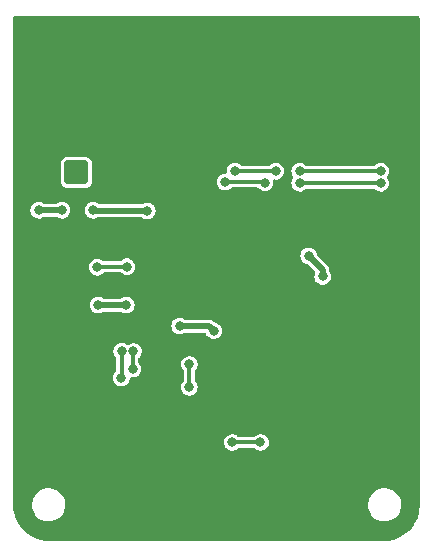
<source format=gbr>
%TF.GenerationSoftware,KiCad,Pcbnew,6.0.10-86aedd382b~118~ubuntu22.04.1*%
%TF.CreationDate,2023-02-09T07:40:42+01:00*%
%TF.ProjectId,mainBoard,6d61696e-426f-4617-9264-2e6b69636164,rev?*%
%TF.SameCoordinates,Original*%
%TF.FileFunction,Copper,L2,Bot*%
%TF.FilePolarity,Positive*%
%FSLAX46Y46*%
G04 Gerber Fmt 4.6, Leading zero omitted, Abs format (unit mm)*
G04 Created by KiCad (PCBNEW 6.0.10-86aedd382b~118~ubuntu22.04.1) date 2023-02-09 07:40:42*
%MOMM*%
%LPD*%
G01*
G04 APERTURE LIST*
G04 Aperture macros list*
%AMRoundRect*
0 Rectangle with rounded corners*
0 $1 Rounding radius*
0 $2 $3 $4 $5 $6 $7 $8 $9 X,Y pos of 4 corners*
0 Add a 4 corners polygon primitive as box body*
4,1,4,$2,$3,$4,$5,$6,$7,$8,$9,$2,$3,0*
0 Add four circle primitives for the rounded corners*
1,1,$1+$1,$2,$3*
1,1,$1+$1,$4,$5*
1,1,$1+$1,$6,$7*
1,1,$1+$1,$8,$9*
0 Add four rect primitives between the rounded corners*
20,1,$1+$1,$2,$3,$4,$5,0*
20,1,$1+$1,$4,$5,$6,$7,0*
20,1,$1+$1,$6,$7,$8,$9,0*
20,1,$1+$1,$8,$9,$2,$3,0*%
G04 Aperture macros list end*
%TA.AperFunction,ComponentPad*%
%ADD10RoundRect,0.250000X-0.750000X-0.750000X0.750000X-0.750000X0.750000X0.750000X-0.750000X0.750000X0*%
%TD*%
%TA.AperFunction,ViaPad*%
%ADD11C,0.800000*%
%TD*%
%TA.AperFunction,Conductor*%
%ADD12C,0.500000*%
%TD*%
%TA.AperFunction,Conductor*%
%ADD13C,0.300000*%
%TD*%
G04 APERTURE END LIST*
D10*
%TO.P,J1,1,Pin_1*%
%TO.N,/ADC_OUT*%
X85648800Y-69392800D03*
%TD*%
D11*
%TO.N,VCC*%
X94386400Y-82397600D03*
X97261500Y-82788850D03*
%TO.N,GND*%
X101142800Y-88493600D03*
X93319600Y-66598800D03*
X90220800Y-99872800D03*
X87477600Y-95148400D03*
X101193600Y-87579200D03*
X112034800Y-86330000D03*
X93319600Y-63804800D03*
X98755200Y-82143600D03*
X97942400Y-93929200D03*
X84124800Y-82245200D03*
X97028000Y-93929200D03*
X97434400Y-62687200D03*
X90424000Y-57454800D03*
X104749600Y-100025200D03*
X98755200Y-63804800D03*
X101346000Y-84277200D03*
X85125600Y-65481200D03*
X91846400Y-73812400D03*
X96012000Y-67818000D03*
X98755200Y-66598800D03*
X85242400Y-81889600D03*
X100431600Y-84328000D03*
X94640400Y-62687200D03*
X96062800Y-62687200D03*
X107492800Y-95351600D03*
X94640400Y-67818000D03*
X97434400Y-67868800D03*
X112623600Y-93700700D03*
X93370400Y-65176400D03*
X104698800Y-57454800D03*
X98755200Y-65176400D03*
X83347600Y-65227200D03*
%TO.N,+3.3V*%
X105308400Y-76454000D03*
X84429600Y-72593200D03*
X106496730Y-78201130D03*
X87071200Y-72593200D03*
X82448400Y-72593200D03*
X91643200Y-72644000D03*
%TO.N,/EN*%
X87426800Y-77419200D03*
X89916000Y-77368400D03*
X95208873Y-85645973D03*
X95208873Y-87582027D03*
%TO.N,/Boot*%
X98856800Y-92252800D03*
X101230300Y-92252800D03*
%TO.N,/Btn_L*%
X104546400Y-70307200D03*
X111404400Y-70307200D03*
X101600000Y-70256400D03*
X98247200Y-70205600D03*
%TO.N,/Btn_R*%
X99060000Y-69291200D03*
X104546400Y-69291200D03*
X102514400Y-69291200D03*
X111404400Y-69291200D03*
%TO.N,Net-(Q1-Pad1)*%
X90424000Y-86044700D03*
X90474800Y-84545700D03*
%TO.N,Net-(Q2-Pad1)*%
X89475438Y-84528921D03*
X89458800Y-86794200D03*
%TO.N,Net-(D2-Pad2)*%
X89865200Y-80619600D03*
X87477600Y-80619600D03*
%TD*%
D12*
%TO.N,VCC*%
X97261500Y-82788850D02*
X96870250Y-82397600D01*
X96870250Y-82397600D02*
X94386400Y-82397600D01*
%TO.N,+3.3V*%
X91643200Y-72644000D02*
X87122000Y-72644000D01*
X84429600Y-72593200D02*
X82448400Y-72593200D01*
X106496730Y-77642330D02*
X105308400Y-76454000D01*
X87122000Y-72644000D02*
X87071200Y-72593200D01*
X106496730Y-78201130D02*
X106496730Y-77642330D01*
D13*
%TO.N,/EN*%
X95208873Y-87582027D02*
X95208873Y-85645973D01*
X89916000Y-77368400D02*
X87477600Y-77368400D01*
X87477600Y-77368400D02*
X87426800Y-77419200D01*
%TO.N,/Boot*%
X101230300Y-92252800D02*
X98856800Y-92252800D01*
%TO.N,/Btn_L*%
X104546400Y-70307200D02*
X111404400Y-70307200D01*
X101549200Y-70205600D02*
X101600000Y-70256400D01*
X98247200Y-70205600D02*
X101549200Y-70205600D01*
%TO.N,/Btn_R*%
X102514400Y-69291200D02*
X99060000Y-69291200D01*
X111404400Y-69291200D02*
X104546400Y-69291200D01*
%TO.N,Net-(Q1-Pad1)*%
X90474800Y-84545700D02*
X90424000Y-84596500D01*
X90424000Y-84596500D02*
X90424000Y-86044700D01*
%TO.N,Net-(Q2-Pad1)*%
X89475438Y-84528921D02*
X89475438Y-86777562D01*
X89475438Y-86777562D02*
X89458800Y-86794200D01*
D12*
%TO.N,Net-(D2-Pad2)*%
X87477600Y-80619600D02*
X89865200Y-80619600D01*
%TD*%
%TA.AperFunction,Conductor*%
%TO.N,GND*%
G36*
X114642539Y-56179085D02*
G01*
X114688294Y-56231889D01*
X114699500Y-56283400D01*
X114699500Y-97591661D01*
X114697616Y-97613191D01*
X114694864Y-97628800D01*
X114696748Y-97639485D01*
X114696748Y-97649139D01*
X114697575Y-97663080D01*
X114681337Y-97952222D01*
X114679780Y-97966040D01*
X114626687Y-98278525D01*
X114623593Y-98292082D01*
X114535844Y-98596665D01*
X114531251Y-98609790D01*
X114409954Y-98902626D01*
X114403921Y-98915154D01*
X114250594Y-99192578D01*
X114243195Y-99204352D01*
X114059784Y-99462845D01*
X114051115Y-99473717D01*
X113839900Y-99710067D01*
X113830067Y-99719900D01*
X113593717Y-99931115D01*
X113582845Y-99939784D01*
X113324352Y-100123195D01*
X113312578Y-100130594D01*
X113035154Y-100283921D01*
X113022626Y-100289954D01*
X112729790Y-100411251D01*
X112716665Y-100415844D01*
X112412082Y-100503593D01*
X112398526Y-100506687D01*
X112350043Y-100514924D01*
X112086040Y-100559780D01*
X112072222Y-100561337D01*
X111889701Y-100571587D01*
X111783078Y-100577575D01*
X111769139Y-100576748D01*
X111759485Y-100576748D01*
X111748800Y-100574864D01*
X111733191Y-100577616D01*
X111711661Y-100579500D01*
X83389939Y-100579500D01*
X83368409Y-100577616D01*
X83352800Y-100574864D01*
X83342116Y-100576748D01*
X83333959Y-100576748D01*
X83318422Y-100577698D01*
X83040235Y-100563119D01*
X83027327Y-100561762D01*
X82724613Y-100513817D01*
X82711917Y-100511119D01*
X82691022Y-100505520D01*
X82600483Y-100481260D01*
X82415865Y-100431792D01*
X82403521Y-100427781D01*
X82117386Y-100317944D01*
X82105529Y-100312665D01*
X81832436Y-100173517D01*
X81821196Y-100167027D01*
X81564156Y-100000104D01*
X81553655Y-99992475D01*
X81315460Y-99799588D01*
X81305815Y-99790903D01*
X81089097Y-99574185D01*
X81080412Y-99564540D01*
X80887525Y-99326345D01*
X80879896Y-99315844D01*
X80712973Y-99058804D01*
X80706483Y-99047564D01*
X80567335Y-98774471D01*
X80562056Y-98762614D01*
X80452219Y-98476479D01*
X80448208Y-98464135D01*
X80368881Y-98168083D01*
X80366183Y-98155387D01*
X80318238Y-97852673D01*
X80316881Y-97839765D01*
X80302302Y-97561578D01*
X80303252Y-97546041D01*
X80303252Y-97537884D01*
X80305136Y-97527200D01*
X80302384Y-97511591D01*
X80300500Y-97490061D01*
X80300500Y-97469789D01*
X81907996Y-97469789D01*
X81916913Y-97707295D01*
X81917990Y-97712430D01*
X81917991Y-97712435D01*
X81964639Y-97934758D01*
X81965719Y-97939904D01*
X81967648Y-97944788D01*
X81967649Y-97944792D01*
X81980506Y-97977347D01*
X82053020Y-98160963D01*
X82055741Y-98165447D01*
X82055743Y-98165451D01*
X82125787Y-98280879D01*
X82176319Y-98364153D01*
X82332090Y-98543664D01*
X82515880Y-98694362D01*
X82520441Y-98696958D01*
X82520442Y-98696959D01*
X82717875Y-98809345D01*
X82717880Y-98809347D01*
X82722433Y-98811939D01*
X82945844Y-98893034D01*
X83179725Y-98935326D01*
X83204619Y-98936500D01*
X83371680Y-98936500D01*
X83374296Y-98936278D01*
X83374297Y-98936278D01*
X83543590Y-98921913D01*
X83548823Y-98921469D01*
X83778874Y-98861760D01*
X83995576Y-98764143D01*
X84192732Y-98631409D01*
X84364705Y-98467355D01*
X84506579Y-98276670D01*
X84561787Y-98168083D01*
X84611913Y-98069493D01*
X84611915Y-98069488D01*
X84614295Y-98064807D01*
X84684775Y-97837824D01*
X84702771Y-97702051D01*
X84715315Y-97607412D01*
X84715315Y-97607408D01*
X84716004Y-97602211D01*
X84711032Y-97469789D01*
X110355996Y-97469789D01*
X110364913Y-97707295D01*
X110365990Y-97712430D01*
X110365991Y-97712435D01*
X110412639Y-97934758D01*
X110413719Y-97939904D01*
X110415648Y-97944788D01*
X110415649Y-97944792D01*
X110428506Y-97977347D01*
X110501020Y-98160963D01*
X110503741Y-98165447D01*
X110503743Y-98165451D01*
X110573787Y-98280879D01*
X110624319Y-98364153D01*
X110780090Y-98543664D01*
X110963880Y-98694362D01*
X110968441Y-98696958D01*
X110968442Y-98696959D01*
X111165875Y-98809345D01*
X111165880Y-98809347D01*
X111170433Y-98811939D01*
X111393844Y-98893034D01*
X111627725Y-98935326D01*
X111652619Y-98936500D01*
X111819680Y-98936500D01*
X111822296Y-98936278D01*
X111822297Y-98936278D01*
X111991590Y-98921913D01*
X111996823Y-98921469D01*
X112226874Y-98861760D01*
X112443576Y-98764143D01*
X112640732Y-98631409D01*
X112812705Y-98467355D01*
X112954579Y-98276670D01*
X113009787Y-98168083D01*
X113059913Y-98069493D01*
X113059915Y-98069488D01*
X113062295Y-98064807D01*
X113132775Y-97837824D01*
X113150771Y-97702051D01*
X113163315Y-97607412D01*
X113163315Y-97607408D01*
X113164004Y-97602211D01*
X113155087Y-97364705D01*
X113127700Y-97234176D01*
X113107361Y-97137242D01*
X113107360Y-97137239D01*
X113106281Y-97132096D01*
X113018980Y-96911037D01*
X112951607Y-96800009D01*
X112898408Y-96712341D01*
X112895681Y-96707847D01*
X112739910Y-96528336D01*
X112556120Y-96377638D01*
X112438687Y-96310791D01*
X112354125Y-96262655D01*
X112354120Y-96262653D01*
X112349567Y-96260061D01*
X112126156Y-96178966D01*
X111892275Y-96136674D01*
X111867381Y-96135500D01*
X111700320Y-96135500D01*
X111697704Y-96135722D01*
X111697703Y-96135722D01*
X111686484Y-96136674D01*
X111523177Y-96150531D01*
X111293126Y-96210240D01*
X111076424Y-96307857D01*
X110879268Y-96440591D01*
X110707295Y-96604645D01*
X110565421Y-96795330D01*
X110563042Y-96800008D01*
X110563042Y-96800009D01*
X110508875Y-96906549D01*
X110457705Y-97007193D01*
X110387225Y-97234176D01*
X110355996Y-97469789D01*
X84711032Y-97469789D01*
X84707087Y-97364705D01*
X84679700Y-97234176D01*
X84659361Y-97137242D01*
X84659360Y-97137239D01*
X84658281Y-97132096D01*
X84570980Y-96911037D01*
X84503607Y-96800009D01*
X84450408Y-96712341D01*
X84447681Y-96707847D01*
X84291910Y-96528336D01*
X84108120Y-96377638D01*
X83990687Y-96310791D01*
X83906125Y-96262655D01*
X83906120Y-96262653D01*
X83901567Y-96260061D01*
X83678156Y-96178966D01*
X83444275Y-96136674D01*
X83419381Y-96135500D01*
X83252320Y-96135500D01*
X83249704Y-96135722D01*
X83249703Y-96135722D01*
X83238484Y-96136674D01*
X83075177Y-96150531D01*
X82845126Y-96210240D01*
X82628424Y-96307857D01*
X82431268Y-96440591D01*
X82259295Y-96604645D01*
X82117421Y-96795330D01*
X82115042Y-96800008D01*
X82115042Y-96800009D01*
X82060875Y-96906549D01*
X82009705Y-97007193D01*
X81939225Y-97234176D01*
X81907996Y-97469789D01*
X80300500Y-97469789D01*
X80300500Y-92245411D01*
X98151194Y-92245411D01*
X98152014Y-92252839D01*
X98152014Y-92252841D01*
X98153641Y-92267578D01*
X98169799Y-92413935D01*
X98172365Y-92420947D01*
X98172366Y-92420951D01*
X98225497Y-92566136D01*
X98228066Y-92573156D01*
X98232233Y-92579358D01*
X98232235Y-92579361D01*
X98245310Y-92598818D01*
X98322630Y-92713883D01*
X98328160Y-92718915D01*
X98442502Y-92822959D01*
X98442506Y-92822962D01*
X98448033Y-92827991D01*
X98597035Y-92908892D01*
X98692385Y-92933907D01*
X98753805Y-92950020D01*
X98753807Y-92950020D01*
X98761033Y-92951916D01*
X98843978Y-92953219D01*
X98923090Y-92954462D01*
X98923093Y-92954462D01*
X98930560Y-92954579D01*
X99053009Y-92926535D01*
X99088538Y-92918398D01*
X99088539Y-92918398D01*
X99095829Y-92916728D01*
X99170911Y-92878966D01*
X99240620Y-92843906D01*
X99240622Y-92843905D01*
X99247298Y-92840547D01*
X99252980Y-92835694D01*
X99252983Y-92835692D01*
X99373207Y-92733010D01*
X99436968Y-92704439D01*
X99453739Y-92703300D01*
X100636527Y-92703300D01*
X100703566Y-92722985D01*
X100719980Y-92735586D01*
X100815998Y-92822955D01*
X100816000Y-92822957D01*
X100821533Y-92827991D01*
X100970535Y-92908892D01*
X101065885Y-92933907D01*
X101127305Y-92950020D01*
X101127307Y-92950020D01*
X101134533Y-92951916D01*
X101217478Y-92953219D01*
X101296590Y-92954462D01*
X101296593Y-92954462D01*
X101304060Y-92954579D01*
X101426509Y-92926535D01*
X101462038Y-92918398D01*
X101462039Y-92918398D01*
X101469329Y-92916728D01*
X101544411Y-92878966D01*
X101614120Y-92843906D01*
X101614122Y-92843905D01*
X101620798Y-92840547D01*
X101626480Y-92835694D01*
X101626483Y-92835692D01*
X101744041Y-92735287D01*
X101749723Y-92730434D01*
X101848661Y-92592747D01*
X101911901Y-92435434D01*
X101935790Y-92267578D01*
X101935945Y-92252800D01*
X101915576Y-92084480D01*
X101855645Y-91925877D01*
X101846957Y-91913236D01*
X101763849Y-91792313D01*
X101763846Y-91792310D01*
X101759612Y-91786149D01*
X101633021Y-91673360D01*
X101618647Y-91665749D01*
X101489789Y-91597523D01*
X101483181Y-91594024D01*
X101318741Y-91552719D01*
X101232548Y-91552268D01*
X101156668Y-91551870D01*
X101156667Y-91551870D01*
X101149195Y-91551831D01*
X101127535Y-91557031D01*
X100991595Y-91589668D01*
X100991593Y-91589669D01*
X100984332Y-91591412D01*
X100977699Y-91594835D01*
X100977695Y-91594837D01*
X100910765Y-91629383D01*
X100833669Y-91669175D01*
X100717079Y-91770883D01*
X100716094Y-91771742D01*
X100652636Y-91800978D01*
X100634580Y-91802300D01*
X99451467Y-91802300D01*
X99384428Y-91782615D01*
X99368978Y-91770883D01*
X99265103Y-91678333D01*
X99265101Y-91678332D01*
X99259521Y-91673360D01*
X99245147Y-91665749D01*
X99116289Y-91597523D01*
X99109681Y-91594024D01*
X98945241Y-91552719D01*
X98859048Y-91552268D01*
X98783168Y-91551870D01*
X98783167Y-91551870D01*
X98775695Y-91551831D01*
X98754035Y-91557031D01*
X98618095Y-91589668D01*
X98618093Y-91589669D01*
X98610832Y-91591412D01*
X98604199Y-91594835D01*
X98604195Y-91594837D01*
X98537265Y-91629383D01*
X98460169Y-91669175D01*
X98454537Y-91674088D01*
X98342594Y-91771742D01*
X98332404Y-91780631D01*
X98234913Y-91919347D01*
X98173324Y-92077313D01*
X98151194Y-92245411D01*
X80300500Y-92245411D01*
X80300500Y-87574638D01*
X94503267Y-87574638D01*
X94504087Y-87582066D01*
X94504087Y-87582068D01*
X94505714Y-87596805D01*
X94521872Y-87743162D01*
X94524438Y-87750174D01*
X94524439Y-87750178D01*
X94577570Y-87895363D01*
X94580139Y-87902383D01*
X94584306Y-87908585D01*
X94584308Y-87908588D01*
X94597383Y-87928045D01*
X94674703Y-88043110D01*
X94680233Y-88048142D01*
X94794575Y-88152186D01*
X94794579Y-88152189D01*
X94800106Y-88157218D01*
X94949108Y-88238119D01*
X95044458Y-88263134D01*
X95105878Y-88279247D01*
X95105880Y-88279247D01*
X95113106Y-88281143D01*
X95196051Y-88282446D01*
X95275163Y-88283689D01*
X95275166Y-88283689D01*
X95282633Y-88283806D01*
X95405082Y-88255762D01*
X95440611Y-88247625D01*
X95440612Y-88247625D01*
X95447902Y-88245955D01*
X95522984Y-88208193D01*
X95592693Y-88173133D01*
X95592695Y-88173132D01*
X95599371Y-88169774D01*
X95605053Y-88164921D01*
X95605056Y-88164919D01*
X95722614Y-88064514D01*
X95728296Y-88059661D01*
X95827234Y-87921974D01*
X95890474Y-87764661D01*
X95914363Y-87596805D01*
X95914518Y-87582027D01*
X95903783Y-87493316D01*
X95895048Y-87421132D01*
X95895047Y-87421128D01*
X95894149Y-87413707D01*
X95834218Y-87255104D01*
X95755259Y-87140218D01*
X95742422Y-87121540D01*
X95742419Y-87121537D01*
X95738185Y-87115376D01*
X95700884Y-87082142D01*
X95663925Y-87022848D01*
X95659373Y-86989559D01*
X95659373Y-86239638D01*
X95679058Y-86172599D01*
X95702841Y-86145348D01*
X95722614Y-86128460D01*
X95728296Y-86123607D01*
X95827234Y-85985920D01*
X95890474Y-85828607D01*
X95894591Y-85799680D01*
X95913791Y-85664773D01*
X95913791Y-85664767D01*
X95914363Y-85660751D01*
X95914518Y-85645973D01*
X95905696Y-85573074D01*
X95895048Y-85485078D01*
X95895047Y-85485074D01*
X95894149Y-85477653D01*
X95834218Y-85319050D01*
X95825530Y-85306409D01*
X95742422Y-85185486D01*
X95742419Y-85185483D01*
X95738185Y-85179322D01*
X95636723Y-85088922D01*
X95617176Y-85071506D01*
X95617174Y-85071505D01*
X95611594Y-85066533D01*
X95597220Y-85058922D01*
X95468362Y-84990696D01*
X95461754Y-84987197D01*
X95297314Y-84945892D01*
X95211121Y-84945441D01*
X95135241Y-84945043D01*
X95135240Y-84945043D01*
X95127768Y-84945004D01*
X95106108Y-84950204D01*
X94970168Y-84982841D01*
X94970166Y-84982842D01*
X94962905Y-84984585D01*
X94956272Y-84988008D01*
X94956268Y-84988010D01*
X94889338Y-85022556D01*
X94812242Y-85062348D01*
X94806610Y-85067261D01*
X94745056Y-85120958D01*
X94684477Y-85173804D01*
X94586986Y-85312520D01*
X94525397Y-85470486D01*
X94524421Y-85477896D01*
X94524421Y-85477898D01*
X94520481Y-85507830D01*
X94503267Y-85638584D01*
X94504087Y-85646012D01*
X94504087Y-85646014D01*
X94505714Y-85660751D01*
X94521872Y-85807108D01*
X94524438Y-85814120D01*
X94524439Y-85814124D01*
X94547222Y-85876380D01*
X94580139Y-85966329D01*
X94584306Y-85972531D01*
X94584308Y-85972534D01*
X94597383Y-85991991D01*
X94674703Y-86107056D01*
X94698226Y-86128460D01*
X94717827Y-86146296D01*
X94754163Y-86205974D01*
X94758373Y-86238010D01*
X94758373Y-86989016D01*
X94738688Y-87056055D01*
X94715888Y-87082457D01*
X94684477Y-87109858D01*
X94586986Y-87248574D01*
X94525397Y-87406540D01*
X94503267Y-87574638D01*
X80300500Y-87574638D01*
X80300500Y-86786811D01*
X88753194Y-86786811D01*
X88754014Y-86794239D01*
X88754014Y-86794241D01*
X88768371Y-86924284D01*
X88771799Y-86955335D01*
X88774365Y-86962347D01*
X88774366Y-86962351D01*
X88818204Y-87082142D01*
X88830066Y-87114556D01*
X88834233Y-87120758D01*
X88834235Y-87120761D01*
X88847310Y-87140218D01*
X88924630Y-87255283D01*
X88930160Y-87260315D01*
X89044502Y-87364359D01*
X89044506Y-87364362D01*
X89050033Y-87369391D01*
X89199035Y-87450292D01*
X89294385Y-87475307D01*
X89355805Y-87491420D01*
X89355807Y-87491420D01*
X89363033Y-87493316D01*
X89445978Y-87494619D01*
X89525090Y-87495862D01*
X89525093Y-87495862D01*
X89532560Y-87495979D01*
X89655009Y-87467935D01*
X89690538Y-87459798D01*
X89690539Y-87459798D01*
X89697829Y-87458128D01*
X89786150Y-87413707D01*
X89842620Y-87385306D01*
X89842622Y-87385305D01*
X89849298Y-87381947D01*
X89854980Y-87377094D01*
X89854983Y-87377092D01*
X89972541Y-87276687D01*
X89978223Y-87271834D01*
X90077161Y-87134147D01*
X90140401Y-86976834D01*
X90159521Y-86842485D01*
X90188455Y-86778889D01*
X90247179Y-86741030D01*
X90313752Y-86740017D01*
X90328233Y-86743816D01*
X90411178Y-86745119D01*
X90490290Y-86746362D01*
X90490293Y-86746362D01*
X90497760Y-86746479D01*
X90620209Y-86718435D01*
X90655738Y-86710298D01*
X90655739Y-86710298D01*
X90663029Y-86708628D01*
X90738111Y-86670866D01*
X90807820Y-86635806D01*
X90807822Y-86635805D01*
X90814498Y-86632447D01*
X90820180Y-86627594D01*
X90820183Y-86627592D01*
X90937741Y-86527187D01*
X90943423Y-86522334D01*
X91042361Y-86384647D01*
X91105601Y-86227334D01*
X91113391Y-86172599D01*
X91128918Y-86063500D01*
X91128918Y-86063494D01*
X91129490Y-86059478D01*
X91129645Y-86044700D01*
X91129157Y-86040667D01*
X91110175Y-85883805D01*
X91110174Y-85883801D01*
X91109276Y-85876380D01*
X91088429Y-85821210D01*
X91051989Y-85724773D01*
X91051987Y-85724770D01*
X91049345Y-85717777D01*
X91010152Y-85660751D01*
X90957549Y-85584213D01*
X90957546Y-85584210D01*
X90953312Y-85578049D01*
X90916011Y-85544815D01*
X90879052Y-85485521D01*
X90874500Y-85452232D01*
X90874500Y-85182752D01*
X90894185Y-85115713D01*
X90917966Y-85088464D01*
X90994223Y-85023334D01*
X91093161Y-84885647D01*
X91156401Y-84728334D01*
X91180290Y-84560478D01*
X91180445Y-84545700D01*
X91179957Y-84541667D01*
X91160975Y-84384805D01*
X91160974Y-84384801D01*
X91160076Y-84377380D01*
X91151028Y-84353434D01*
X91102789Y-84225773D01*
X91102787Y-84225770D01*
X91100145Y-84218777D01*
X91079925Y-84189357D01*
X91008349Y-84085213D01*
X91008346Y-84085210D01*
X91004112Y-84079049D01*
X90962140Y-84041653D01*
X90883103Y-83971233D01*
X90883101Y-83971232D01*
X90877521Y-83966260D01*
X90863147Y-83958649D01*
X90734289Y-83890423D01*
X90727681Y-83886924D01*
X90563241Y-83845619D01*
X90477048Y-83845168D01*
X90401168Y-83844770D01*
X90401167Y-83844770D01*
X90393695Y-83844731D01*
X90372035Y-83849931D01*
X90236095Y-83882568D01*
X90236093Y-83882569D01*
X90228832Y-83884312D01*
X90222199Y-83887735D01*
X90222195Y-83887737D01*
X90155265Y-83922283D01*
X90078169Y-83962075D01*
X90072537Y-83966988D01*
X90066630Y-83972141D01*
X90003171Y-84001377D01*
X89933980Y-83991664D01*
X89902629Y-83971283D01*
X89878159Y-83949481D01*
X89863785Y-83941870D01*
X89803239Y-83909813D01*
X89728319Y-83870145D01*
X89563879Y-83828840D01*
X89477686Y-83828389D01*
X89401806Y-83827991D01*
X89401805Y-83827991D01*
X89394333Y-83827952D01*
X89372673Y-83833152D01*
X89236733Y-83865789D01*
X89236731Y-83865790D01*
X89229470Y-83867533D01*
X89222837Y-83870956D01*
X89222833Y-83870958D01*
X89190325Y-83887737D01*
X89078807Y-83945296D01*
X88951042Y-84056752D01*
X88853551Y-84195468D01*
X88791962Y-84353434D01*
X88790986Y-84360844D01*
X88790986Y-84360846D01*
X88787832Y-84384805D01*
X88769832Y-84521532D01*
X88770652Y-84528960D01*
X88770652Y-84528962D01*
X88785009Y-84659005D01*
X88788437Y-84690056D01*
X88791003Y-84697068D01*
X88791004Y-84697072D01*
X88804981Y-84735264D01*
X88846704Y-84849277D01*
X88850871Y-84855479D01*
X88850873Y-84855482D01*
X88871143Y-84885647D01*
X88941268Y-84990004D01*
X88977897Y-85023334D01*
X88984392Y-85029244D01*
X89020728Y-85088922D01*
X89024938Y-85120958D01*
X89024938Y-86186675D01*
X89005253Y-86253714D01*
X88982453Y-86280115D01*
X88934404Y-86322031D01*
X88836913Y-86460747D01*
X88775324Y-86618713D01*
X88753194Y-86786811D01*
X80300500Y-86786811D01*
X80300500Y-82390211D01*
X93680794Y-82390211D01*
X93699399Y-82558735D01*
X93701965Y-82565747D01*
X93701966Y-82565751D01*
X93719452Y-82613533D01*
X93757666Y-82717956D01*
X93761833Y-82724158D01*
X93761835Y-82724161D01*
X93802594Y-82784817D01*
X93852230Y-82858683D01*
X93857760Y-82863715D01*
X93972102Y-82967759D01*
X93972106Y-82967762D01*
X93977633Y-82972791D01*
X94126635Y-83053692D01*
X94221985Y-83078707D01*
X94283405Y-83094820D01*
X94283407Y-83094820D01*
X94290633Y-83096716D01*
X94373578Y-83098019D01*
X94452690Y-83099262D01*
X94452693Y-83099262D01*
X94460160Y-83099379D01*
X94582609Y-83071335D01*
X94618138Y-83063198D01*
X94618139Y-83063198D01*
X94625429Y-83061528D01*
X94706827Y-83020589D01*
X94770220Y-82988706D01*
X94770222Y-82988705D01*
X94776898Y-82985347D01*
X94785725Y-82977808D01*
X94788480Y-82976574D01*
X94788809Y-82976355D01*
X94788845Y-82976410D01*
X94849487Y-82949239D01*
X94866255Y-82948100D01*
X96487144Y-82948100D01*
X96554183Y-82967785D01*
X96599938Y-83020589D01*
X96603591Y-83029485D01*
X96630195Y-83102182D01*
X96630197Y-83102186D01*
X96632766Y-83109206D01*
X96636933Y-83115408D01*
X96636935Y-83115411D01*
X96650010Y-83134868D01*
X96727330Y-83249933D01*
X96732860Y-83254965D01*
X96847202Y-83359009D01*
X96847206Y-83359012D01*
X96852733Y-83364041D01*
X97001735Y-83444942D01*
X97097085Y-83469957D01*
X97158505Y-83486070D01*
X97158507Y-83486070D01*
X97165733Y-83487966D01*
X97248678Y-83489269D01*
X97327790Y-83490512D01*
X97327793Y-83490512D01*
X97335260Y-83490629D01*
X97457709Y-83462585D01*
X97493238Y-83454448D01*
X97493239Y-83454448D01*
X97500529Y-83452778D01*
X97575611Y-83415016D01*
X97645320Y-83379956D01*
X97645322Y-83379955D01*
X97651998Y-83376597D01*
X97657680Y-83371744D01*
X97657683Y-83371742D01*
X97775241Y-83271337D01*
X97780923Y-83266484D01*
X97879861Y-83128797D01*
X97943101Y-82971484D01*
X97966990Y-82803628D01*
X97967145Y-82788850D01*
X97958566Y-82717956D01*
X97947675Y-82627955D01*
X97947674Y-82627951D01*
X97946776Y-82620530D01*
X97886845Y-82461927D01*
X97882608Y-82455762D01*
X97795049Y-82328363D01*
X97795046Y-82328360D01*
X97790812Y-82322199D01*
X97748840Y-82284803D01*
X97669803Y-82214383D01*
X97669801Y-82214382D01*
X97664221Y-82209410D01*
X97514381Y-82130074D01*
X97507129Y-82128252D01*
X97507128Y-82128252D01*
X97441911Y-82111871D01*
X97369829Y-82093765D01*
X97312357Y-82061182D01*
X97270096Y-82018921D01*
X97266501Y-82015173D01*
X97230172Y-81975665D01*
X97230170Y-81975663D01*
X97224451Y-81969444D01*
X97187388Y-81946464D01*
X97177760Y-81939847D01*
X97149766Y-81918598D01*
X97149763Y-81918596D01*
X97143033Y-81913488D01*
X97135175Y-81910377D01*
X97135170Y-81910374D01*
X97128895Y-81907890D01*
X97109194Y-81897982D01*
X97103449Y-81894420D01*
X97096264Y-81889965D01*
X97070296Y-81882421D01*
X97054392Y-81877800D01*
X97043341Y-81874016D01*
X97010658Y-81861076D01*
X97010655Y-81861075D01*
X97002797Y-81857964D01*
X96987668Y-81856374D01*
X96966034Y-81852129D01*
X96957669Y-81849699D01*
X96951425Y-81847885D01*
X96943926Y-81847334D01*
X96943010Y-81847267D01*
X96943008Y-81847267D01*
X96940735Y-81847100D01*
X96905928Y-81847100D01*
X96892967Y-81846421D01*
X96861202Y-81843082D01*
X96861199Y-81843082D01*
X96852796Y-81842199D01*
X96844466Y-81843608D01*
X96844463Y-81843608D01*
X96834083Y-81845364D01*
X96813404Y-81847100D01*
X94868045Y-81847100D01*
X94797275Y-81824922D01*
X94794708Y-81823137D01*
X94789121Y-81818160D01*
X94639281Y-81738824D01*
X94474841Y-81697519D01*
X94388648Y-81697068D01*
X94312768Y-81696670D01*
X94312767Y-81696670D01*
X94305295Y-81696631D01*
X94283635Y-81701831D01*
X94147695Y-81734468D01*
X94147693Y-81734469D01*
X94140432Y-81736212D01*
X94133799Y-81739635D01*
X94133795Y-81739637D01*
X94066865Y-81774183D01*
X93989769Y-81813975D01*
X93984137Y-81818888D01*
X93869837Y-81918598D01*
X93862004Y-81925431D01*
X93764513Y-82064147D01*
X93702924Y-82222113D01*
X93680794Y-82390211D01*
X80300500Y-82390211D01*
X80300500Y-80612211D01*
X86771994Y-80612211D01*
X86772814Y-80619639D01*
X86772814Y-80619641D01*
X86774441Y-80634378D01*
X86790599Y-80780735D01*
X86793165Y-80787747D01*
X86793166Y-80787751D01*
X86846297Y-80932936D01*
X86848866Y-80939956D01*
X86853033Y-80946158D01*
X86853035Y-80946161D01*
X86866110Y-80965618D01*
X86943430Y-81080683D01*
X86948960Y-81085715D01*
X87063302Y-81189759D01*
X87063306Y-81189762D01*
X87068833Y-81194791D01*
X87217835Y-81275692D01*
X87313185Y-81300707D01*
X87374605Y-81316820D01*
X87374607Y-81316820D01*
X87381833Y-81318716D01*
X87464778Y-81320019D01*
X87543890Y-81321262D01*
X87543893Y-81321262D01*
X87551360Y-81321379D01*
X87673809Y-81293335D01*
X87709338Y-81285198D01*
X87709339Y-81285198D01*
X87716629Y-81283528D01*
X87791711Y-81245765D01*
X87861420Y-81210706D01*
X87861422Y-81210705D01*
X87868098Y-81207347D01*
X87876925Y-81199808D01*
X87879680Y-81198574D01*
X87880009Y-81198355D01*
X87880045Y-81198410D01*
X87940687Y-81171239D01*
X87957455Y-81170100D01*
X89383667Y-81170100D01*
X89453947Y-81192529D01*
X89456433Y-81194791D01*
X89463005Y-81198359D01*
X89463006Y-81198360D01*
X89479558Y-81207347D01*
X89605435Y-81275692D01*
X89700785Y-81300707D01*
X89762205Y-81316820D01*
X89762207Y-81316820D01*
X89769433Y-81318716D01*
X89852378Y-81320019D01*
X89931490Y-81321262D01*
X89931493Y-81321262D01*
X89938960Y-81321379D01*
X90061409Y-81293335D01*
X90096938Y-81285198D01*
X90096939Y-81285198D01*
X90104229Y-81283528D01*
X90179311Y-81245765D01*
X90249020Y-81210706D01*
X90249022Y-81210705D01*
X90255698Y-81207347D01*
X90261380Y-81202494D01*
X90261383Y-81202492D01*
X90378941Y-81102087D01*
X90384623Y-81097234D01*
X90483561Y-80959547D01*
X90546801Y-80802234D01*
X90570690Y-80634378D01*
X90570845Y-80619600D01*
X90550476Y-80451280D01*
X90490545Y-80292677D01*
X90481857Y-80280036D01*
X90398749Y-80159113D01*
X90398746Y-80159110D01*
X90394512Y-80152949D01*
X90352540Y-80115553D01*
X90273503Y-80045133D01*
X90273501Y-80045132D01*
X90267921Y-80040160D01*
X90253547Y-80032549D01*
X90124689Y-79964323D01*
X90118081Y-79960824D01*
X89953641Y-79919519D01*
X89867448Y-79919068D01*
X89791568Y-79918670D01*
X89791567Y-79918670D01*
X89784095Y-79918631D01*
X89762435Y-79923831D01*
X89626495Y-79956468D01*
X89626493Y-79956469D01*
X89619232Y-79958212D01*
X89612599Y-79961635D01*
X89612595Y-79961637D01*
X89545665Y-79996183D01*
X89468569Y-80035975D01*
X89462935Y-80040889D01*
X89456756Y-80045089D01*
X89455483Y-80043216D01*
X89402160Y-80067780D01*
X89384112Y-80069100D01*
X87959245Y-80069100D01*
X87888475Y-80046922D01*
X87885908Y-80045137D01*
X87880321Y-80040160D01*
X87730481Y-79960824D01*
X87566041Y-79919519D01*
X87479848Y-79919068D01*
X87403968Y-79918670D01*
X87403967Y-79918670D01*
X87396495Y-79918631D01*
X87374835Y-79923831D01*
X87238895Y-79956468D01*
X87238893Y-79956469D01*
X87231632Y-79958212D01*
X87224999Y-79961635D01*
X87224995Y-79961637D01*
X87158065Y-79996183D01*
X87080969Y-80035975D01*
X86953204Y-80147431D01*
X86855713Y-80286147D01*
X86794124Y-80444113D01*
X86771994Y-80612211D01*
X80300500Y-80612211D01*
X80300500Y-77411811D01*
X86721194Y-77411811D01*
X86722014Y-77419239D01*
X86722014Y-77419241D01*
X86730146Y-77492898D01*
X86739799Y-77580335D01*
X86742365Y-77587347D01*
X86742366Y-77587351D01*
X86784108Y-77701414D01*
X86798066Y-77739556D01*
X86802233Y-77745758D01*
X86802235Y-77745761D01*
X86853665Y-77822297D01*
X86892630Y-77880283D01*
X86898160Y-77885315D01*
X87012502Y-77989359D01*
X87012506Y-77989362D01*
X87018033Y-77994391D01*
X87167035Y-78075292D01*
X87262385Y-78100307D01*
X87323805Y-78116420D01*
X87323807Y-78116420D01*
X87331033Y-78118316D01*
X87413978Y-78119619D01*
X87493090Y-78120862D01*
X87493093Y-78120862D01*
X87500560Y-78120979D01*
X87623009Y-78092935D01*
X87658538Y-78084798D01*
X87658539Y-78084798D01*
X87665829Y-78083128D01*
X87779787Y-78025813D01*
X87810620Y-78010306D01*
X87810622Y-78010305D01*
X87817298Y-78006947D01*
X87822980Y-78002094D01*
X87822983Y-78002092D01*
X87897374Y-77938555D01*
X87946223Y-77896834D01*
X87962482Y-77874207D01*
X87965116Y-77870542D01*
X88020221Y-77827587D01*
X88065815Y-77818900D01*
X89322227Y-77818900D01*
X89389266Y-77838585D01*
X89405680Y-77851186D01*
X89501698Y-77938555D01*
X89501700Y-77938557D01*
X89507233Y-77943591D01*
X89656235Y-78024492D01*
X89716244Y-78040235D01*
X89813005Y-78065620D01*
X89813007Y-78065620D01*
X89820233Y-78067516D01*
X89903178Y-78068819D01*
X89982290Y-78070062D01*
X89982293Y-78070062D01*
X89989760Y-78070179D01*
X90120505Y-78040235D01*
X90147738Y-78033998D01*
X90147739Y-78033998D01*
X90155029Y-78032328D01*
X90240463Y-77989359D01*
X90299820Y-77959506D01*
X90299822Y-77959505D01*
X90306498Y-77956147D01*
X90312180Y-77951294D01*
X90312183Y-77951292D01*
X90429741Y-77850887D01*
X90435423Y-77846034D01*
X90534361Y-77708347D01*
X90597601Y-77551034D01*
X90598903Y-77541889D01*
X90620918Y-77387200D01*
X90620918Y-77387194D01*
X90621490Y-77383178D01*
X90621645Y-77368400D01*
X90618529Y-77342652D01*
X90602175Y-77207505D01*
X90602174Y-77207501D01*
X90601276Y-77200080D01*
X90592254Y-77176205D01*
X90543989Y-77048473D01*
X90543987Y-77048470D01*
X90541345Y-77041477D01*
X90476434Y-76947031D01*
X90449549Y-76907913D01*
X90449546Y-76907910D01*
X90445312Y-76901749D01*
X90381319Y-76844733D01*
X90324303Y-76793933D01*
X90324301Y-76793932D01*
X90318721Y-76788960D01*
X90304347Y-76781349D01*
X90190253Y-76720940D01*
X90168881Y-76709624D01*
X90004441Y-76668319D01*
X89918248Y-76667868D01*
X89842368Y-76667470D01*
X89842367Y-76667470D01*
X89834895Y-76667431D01*
X89813235Y-76672631D01*
X89677295Y-76705268D01*
X89677293Y-76705269D01*
X89670032Y-76707012D01*
X89663399Y-76710435D01*
X89663395Y-76710437D01*
X89596465Y-76744983D01*
X89519369Y-76784775D01*
X89402779Y-76886483D01*
X89401794Y-76887342D01*
X89338336Y-76916578D01*
X89320280Y-76917900D01*
X87964450Y-76917900D01*
X87897411Y-76898215D01*
X87881961Y-76886483D01*
X87835103Y-76844733D01*
X87835101Y-76844732D01*
X87829521Y-76839760D01*
X87815147Y-76832149D01*
X87725672Y-76784775D01*
X87679681Y-76760424D01*
X87515241Y-76719119D01*
X87429048Y-76718668D01*
X87353168Y-76718270D01*
X87353167Y-76718270D01*
X87345695Y-76718231D01*
X87324035Y-76723431D01*
X87188095Y-76756068D01*
X87188093Y-76756069D01*
X87180832Y-76757812D01*
X87174199Y-76761235D01*
X87174195Y-76761237D01*
X87128592Y-76784775D01*
X87030169Y-76835575D01*
X87024537Y-76840488D01*
X86933259Y-76920115D01*
X86902404Y-76947031D01*
X86804913Y-77085747D01*
X86743324Y-77243713D01*
X86742348Y-77251123D01*
X86742348Y-77251125D01*
X86735742Y-77301303D01*
X86721194Y-77411811D01*
X80300500Y-77411811D01*
X80300500Y-76446611D01*
X104602794Y-76446611D01*
X104621399Y-76615135D01*
X104623965Y-76622147D01*
X104623966Y-76622151D01*
X104641175Y-76669175D01*
X104679666Y-76774356D01*
X104683833Y-76780558D01*
X104683835Y-76780561D01*
X104726957Y-76844733D01*
X104774230Y-76915083D01*
X104779760Y-76920115D01*
X104894102Y-77024159D01*
X104894106Y-77024162D01*
X104899633Y-77029191D01*
X105048635Y-77110092D01*
X105055870Y-77111990D01*
X105202334Y-77150414D01*
X105258549Y-77182674D01*
X105836849Y-77760974D01*
X105870334Y-77822297D01*
X105864697Y-77893699D01*
X105815970Y-78018673D01*
X105815967Y-78018684D01*
X105813254Y-78025643D01*
X105812278Y-78033053D01*
X105812278Y-78033055D01*
X105807406Y-78070062D01*
X105791124Y-78193741D01*
X105791944Y-78201169D01*
X105791944Y-78201171D01*
X105793571Y-78215908D01*
X105809729Y-78362265D01*
X105812295Y-78369277D01*
X105812296Y-78369281D01*
X105865427Y-78514466D01*
X105867996Y-78521486D01*
X105872163Y-78527688D01*
X105872165Y-78527691D01*
X105885240Y-78547148D01*
X105962560Y-78662213D01*
X105968090Y-78667245D01*
X106082432Y-78771289D01*
X106082436Y-78771292D01*
X106087963Y-78776321D01*
X106236965Y-78857222D01*
X106332315Y-78882237D01*
X106393735Y-78898350D01*
X106393737Y-78898350D01*
X106400963Y-78900246D01*
X106483908Y-78901549D01*
X106563020Y-78902792D01*
X106563023Y-78902792D01*
X106570490Y-78902909D01*
X106692939Y-78874865D01*
X106728468Y-78866728D01*
X106728469Y-78866728D01*
X106735759Y-78865058D01*
X106810841Y-78827296D01*
X106880550Y-78792236D01*
X106880552Y-78792235D01*
X106887228Y-78788877D01*
X106892910Y-78784024D01*
X106892913Y-78784022D01*
X107010471Y-78683617D01*
X107016153Y-78678764D01*
X107115091Y-78541077D01*
X107178331Y-78383764D01*
X107202220Y-78215908D01*
X107202375Y-78201130D01*
X107192676Y-78120979D01*
X107182905Y-78040235D01*
X107182904Y-78040231D01*
X107182006Y-78032810D01*
X107130625Y-77896834D01*
X107124719Y-77881203D01*
X107124717Y-77881200D01*
X107122075Y-77874207D01*
X107106048Y-77850887D01*
X107069039Y-77797040D01*
X107047230Y-77726805D01*
X107047230Y-77657287D01*
X107047339Y-77652094D01*
X107049586Y-77598484D01*
X107049586Y-77598483D01*
X107049940Y-77590036D01*
X107048009Y-77581805D01*
X107048009Y-77581801D01*
X107039983Y-77547583D01*
X107037853Y-77536094D01*
X107033083Y-77501270D01*
X107033083Y-77501269D01*
X107031936Y-77492898D01*
X107025896Y-77478940D01*
X107018972Y-77458005D01*
X107017429Y-77451424D01*
X107017427Y-77451419D01*
X107015498Y-77443194D01*
X107002330Y-77419241D01*
X106994490Y-77404979D01*
X106989351Y-77394489D01*
X106978061Y-77368400D01*
X106972035Y-77354475D01*
X106966711Y-77347900D01*
X106962462Y-77342652D01*
X106950166Y-77324355D01*
X106945967Y-77316716D01*
X106945964Y-77316711D01*
X106942836Y-77311022D01*
X106935832Y-77302908D01*
X106911225Y-77278301D01*
X106902540Y-77268656D01*
X106877116Y-77237260D01*
X106870225Y-77232363D01*
X106870223Y-77232361D01*
X106861644Y-77226264D01*
X106845793Y-77212869D01*
X106034288Y-76401364D01*
X106000803Y-76340041D01*
X105998867Y-76328579D01*
X105994574Y-76293104D01*
X105993676Y-76285680D01*
X105991034Y-76278688D01*
X105991033Y-76278684D01*
X105936389Y-76134073D01*
X105936387Y-76134070D01*
X105933745Y-76127077D01*
X105925057Y-76114436D01*
X105841949Y-75993513D01*
X105841946Y-75993510D01*
X105837712Y-75987349D01*
X105711121Y-75874560D01*
X105696747Y-75866949D01*
X105567889Y-75798723D01*
X105561281Y-75795224D01*
X105396841Y-75753919D01*
X105310648Y-75753468D01*
X105234768Y-75753070D01*
X105234767Y-75753070D01*
X105227295Y-75753031D01*
X105205635Y-75758231D01*
X105069695Y-75790868D01*
X105069693Y-75790869D01*
X105062432Y-75792612D01*
X105055799Y-75796035D01*
X105055795Y-75796037D01*
X104988865Y-75830583D01*
X104911769Y-75870375D01*
X104784004Y-75981831D01*
X104686513Y-76120547D01*
X104624924Y-76278513D01*
X104602794Y-76446611D01*
X80300500Y-76446611D01*
X80300500Y-72585811D01*
X81742794Y-72585811D01*
X81743614Y-72593239D01*
X81743614Y-72593241D01*
X81757971Y-72723284D01*
X81761399Y-72754335D01*
X81763965Y-72761347D01*
X81763966Y-72761351D01*
X81785150Y-72819237D01*
X81819666Y-72913556D01*
X81823833Y-72919758D01*
X81823835Y-72919761D01*
X81836910Y-72939218D01*
X81914230Y-73054283D01*
X81919760Y-73059315D01*
X82034102Y-73163359D01*
X82034106Y-73163362D01*
X82039633Y-73168391D01*
X82188635Y-73249292D01*
X82283985Y-73274307D01*
X82345405Y-73290420D01*
X82345407Y-73290420D01*
X82352633Y-73292316D01*
X82435578Y-73293619D01*
X82514690Y-73294862D01*
X82514693Y-73294862D01*
X82522160Y-73294979D01*
X82644609Y-73266935D01*
X82680138Y-73258798D01*
X82680139Y-73258798D01*
X82687429Y-73257128D01*
X82811951Y-73194500D01*
X82832220Y-73184306D01*
X82832222Y-73184305D01*
X82838898Y-73180947D01*
X82847725Y-73173408D01*
X82850480Y-73172174D01*
X82850809Y-73171955D01*
X82850845Y-73172010D01*
X82911487Y-73144839D01*
X82928255Y-73143700D01*
X83948067Y-73143700D01*
X84018347Y-73166129D01*
X84020833Y-73168391D01*
X84027405Y-73171959D01*
X84027406Y-73171960D01*
X84043958Y-73180947D01*
X84169835Y-73249292D01*
X84265185Y-73274307D01*
X84326605Y-73290420D01*
X84326607Y-73290420D01*
X84333833Y-73292316D01*
X84416778Y-73293619D01*
X84495890Y-73294862D01*
X84495893Y-73294862D01*
X84503360Y-73294979D01*
X84625809Y-73266935D01*
X84661338Y-73258798D01*
X84661339Y-73258798D01*
X84668629Y-73257128D01*
X84793151Y-73194500D01*
X84813420Y-73184306D01*
X84813422Y-73184305D01*
X84820098Y-73180947D01*
X84825780Y-73176094D01*
X84825783Y-73176092D01*
X84943341Y-73075687D01*
X84949023Y-73070834D01*
X85047961Y-72933147D01*
X85111201Y-72775834D01*
X85127288Y-72662800D01*
X85134518Y-72612000D01*
X85134518Y-72611994D01*
X85135090Y-72607978D01*
X85135245Y-72593200D01*
X85134351Y-72585811D01*
X86365594Y-72585811D01*
X86366414Y-72593239D01*
X86366414Y-72593241D01*
X86380771Y-72723284D01*
X86384199Y-72754335D01*
X86386765Y-72761347D01*
X86386766Y-72761351D01*
X86407950Y-72819237D01*
X86442466Y-72913556D01*
X86446633Y-72919758D01*
X86446635Y-72919761D01*
X86459710Y-72939218D01*
X86537030Y-73054283D01*
X86542560Y-73059315D01*
X86656902Y-73163359D01*
X86656906Y-73163362D01*
X86662433Y-73168391D01*
X86811435Y-73249292D01*
X86906785Y-73274307D01*
X86968205Y-73290420D01*
X86968207Y-73290420D01*
X86975433Y-73292316D01*
X87058378Y-73293619D01*
X87137490Y-73294862D01*
X87137493Y-73294862D01*
X87144960Y-73294979D01*
X87267409Y-73266935D01*
X87302938Y-73258798D01*
X87302939Y-73258798D01*
X87310229Y-73257128D01*
X87408462Y-73207722D01*
X87464178Y-73194500D01*
X91161667Y-73194500D01*
X91231947Y-73216929D01*
X91234433Y-73219191D01*
X91241005Y-73222759D01*
X91241006Y-73222760D01*
X91257558Y-73231747D01*
X91383435Y-73300092D01*
X91478785Y-73325107D01*
X91540205Y-73341220D01*
X91540207Y-73341220D01*
X91547433Y-73343116D01*
X91630378Y-73344419D01*
X91709490Y-73345662D01*
X91709493Y-73345662D01*
X91716960Y-73345779D01*
X91839409Y-73317735D01*
X91874938Y-73309598D01*
X91874939Y-73309598D01*
X91882229Y-73307928D01*
X92005912Y-73245722D01*
X92027020Y-73235106D01*
X92027022Y-73235105D01*
X92033698Y-73231747D01*
X92039380Y-73226894D01*
X92039383Y-73226892D01*
X92156941Y-73126487D01*
X92162623Y-73121634D01*
X92261561Y-72983947D01*
X92324801Y-72826634D01*
X92334092Y-72761351D01*
X92348118Y-72662800D01*
X92348118Y-72662794D01*
X92348690Y-72658778D01*
X92348845Y-72644000D01*
X92343994Y-72603915D01*
X92329375Y-72483105D01*
X92329374Y-72483101D01*
X92328476Y-72475680D01*
X92268545Y-72317077D01*
X92224943Y-72253636D01*
X92176749Y-72183513D01*
X92176746Y-72183510D01*
X92172512Y-72177349D01*
X92103784Y-72116114D01*
X92051503Y-72069533D01*
X92051501Y-72069532D01*
X92045921Y-72064560D01*
X92031547Y-72056949D01*
X91959369Y-72018733D01*
X91896081Y-71985224D01*
X91731641Y-71943919D01*
X91645448Y-71943468D01*
X91569568Y-71943070D01*
X91569567Y-71943070D01*
X91562095Y-71943031D01*
X91540435Y-71948231D01*
X91404495Y-71980868D01*
X91404493Y-71980869D01*
X91397232Y-71982612D01*
X91390599Y-71986035D01*
X91390595Y-71986037D01*
X91344992Y-72009575D01*
X91246569Y-72060375D01*
X91240935Y-72065289D01*
X91234756Y-72069489D01*
X91233483Y-72067616D01*
X91180160Y-72092180D01*
X91162112Y-72093500D01*
X87610646Y-72093500D01*
X87543607Y-72073815D01*
X87528157Y-72062083D01*
X87479503Y-72018733D01*
X87479501Y-72018732D01*
X87473921Y-72013760D01*
X87459547Y-72006149D01*
X87345453Y-71945740D01*
X87324081Y-71934424D01*
X87159641Y-71893119D01*
X87073448Y-71892668D01*
X86997568Y-71892270D01*
X86997567Y-71892270D01*
X86990095Y-71892231D01*
X86968435Y-71897431D01*
X86832495Y-71930068D01*
X86832493Y-71930069D01*
X86825232Y-71931812D01*
X86818599Y-71935235D01*
X86818595Y-71935237D01*
X86751665Y-71969783D01*
X86674569Y-72009575D01*
X86668937Y-72014488D01*
X86578364Y-72093500D01*
X86546804Y-72121031D01*
X86449313Y-72259747D01*
X86387724Y-72417713D01*
X86365594Y-72585811D01*
X85134351Y-72585811D01*
X85121922Y-72483105D01*
X85115775Y-72432305D01*
X85115774Y-72432301D01*
X85114876Y-72424880D01*
X85105854Y-72401005D01*
X85057589Y-72273273D01*
X85057587Y-72273270D01*
X85054945Y-72266277D01*
X84998063Y-72183513D01*
X84963149Y-72132713D01*
X84963146Y-72132710D01*
X84958912Y-72126549D01*
X84894870Y-72069489D01*
X84837903Y-72018733D01*
X84837901Y-72018732D01*
X84832321Y-72013760D01*
X84817947Y-72006149D01*
X84703853Y-71945740D01*
X84682481Y-71934424D01*
X84518041Y-71893119D01*
X84431848Y-71892668D01*
X84355968Y-71892270D01*
X84355967Y-71892270D01*
X84348495Y-71892231D01*
X84326835Y-71897431D01*
X84190895Y-71930068D01*
X84190893Y-71930069D01*
X84183632Y-71931812D01*
X84176999Y-71935235D01*
X84176995Y-71935237D01*
X84110065Y-71969783D01*
X84032969Y-72009575D01*
X84027335Y-72014489D01*
X84021156Y-72018689D01*
X84019883Y-72016816D01*
X83966560Y-72041380D01*
X83948512Y-72042700D01*
X82930045Y-72042700D01*
X82859275Y-72020522D01*
X82856708Y-72018737D01*
X82851121Y-72013760D01*
X82701281Y-71934424D01*
X82536841Y-71893119D01*
X82450648Y-71892668D01*
X82374768Y-71892270D01*
X82374767Y-71892270D01*
X82367295Y-71892231D01*
X82345635Y-71897431D01*
X82209695Y-71930068D01*
X82209693Y-71930069D01*
X82202432Y-71931812D01*
X82195799Y-71935235D01*
X82195795Y-71935237D01*
X82128865Y-71969783D01*
X82051769Y-72009575D01*
X82046137Y-72014488D01*
X81955564Y-72093500D01*
X81924004Y-72121031D01*
X81826513Y-72259747D01*
X81764924Y-72417713D01*
X81742794Y-72585811D01*
X80300500Y-72585811D01*
X80300500Y-70185572D01*
X84348300Y-70185572D01*
X84359164Y-70275347D01*
X84362096Y-70282751D01*
X84362096Y-70282753D01*
X84398125Y-70373751D01*
X84414687Y-70415583D01*
X84419799Y-70422317D01*
X84419799Y-70422318D01*
X84449090Y-70460907D01*
X84505878Y-70535722D01*
X84512610Y-70540832D01*
X84617616Y-70620536D01*
X84626017Y-70626913D01*
X84633878Y-70630025D01*
X84633879Y-70630026D01*
X84758847Y-70679504D01*
X84758849Y-70679504D01*
X84766253Y-70682436D01*
X84774157Y-70683392D01*
X84774159Y-70683393D01*
X84826873Y-70689772D01*
X84856028Y-70693300D01*
X86441572Y-70693300D01*
X86470727Y-70689772D01*
X86523441Y-70683393D01*
X86523443Y-70683392D01*
X86531347Y-70682436D01*
X86538751Y-70679504D01*
X86538753Y-70679504D01*
X86663721Y-70630026D01*
X86663722Y-70630025D01*
X86671583Y-70626913D01*
X86679985Y-70620536D01*
X86784990Y-70540832D01*
X86791722Y-70535722D01*
X86848510Y-70460907D01*
X86877801Y-70422318D01*
X86877801Y-70422317D01*
X86882913Y-70415583D01*
X86899476Y-70373751D01*
X86935504Y-70282753D01*
X86935504Y-70282751D01*
X86938436Y-70275347D01*
X86947771Y-70198211D01*
X97541594Y-70198211D01*
X97542414Y-70205639D01*
X97542414Y-70205641D01*
X97550110Y-70275347D01*
X97560199Y-70366735D01*
X97562765Y-70373747D01*
X97562766Y-70373751D01*
X97599947Y-70475351D01*
X97618466Y-70525956D01*
X97622633Y-70532158D01*
X97622635Y-70532161D01*
X97625028Y-70535722D01*
X97713030Y-70666683D01*
X97718560Y-70671715D01*
X97832902Y-70775759D01*
X97832906Y-70775762D01*
X97838433Y-70780791D01*
X97987435Y-70861692D01*
X98066335Y-70882391D01*
X98144205Y-70902820D01*
X98144207Y-70902820D01*
X98151433Y-70904716D01*
X98234378Y-70906019D01*
X98313490Y-70907262D01*
X98313493Y-70907262D01*
X98320960Y-70907379D01*
X98443409Y-70879335D01*
X98478938Y-70871198D01*
X98478939Y-70871198D01*
X98486229Y-70869528D01*
X98571663Y-70826559D01*
X98631020Y-70796706D01*
X98631022Y-70796705D01*
X98637698Y-70793347D01*
X98643380Y-70788494D01*
X98643383Y-70788492D01*
X98763607Y-70685810D01*
X98827368Y-70657239D01*
X98844139Y-70656100D01*
X100958511Y-70656100D01*
X101025550Y-70675785D01*
X101056364Y-70705974D01*
X101056776Y-70705619D01*
X101061018Y-70710533D01*
X101061430Y-70710937D01*
X101061654Y-70711270D01*
X101061659Y-70711276D01*
X101065830Y-70717483D01*
X101071360Y-70722515D01*
X101185702Y-70826559D01*
X101185706Y-70826562D01*
X101191233Y-70831591D01*
X101340235Y-70912492D01*
X101435585Y-70937507D01*
X101497005Y-70953620D01*
X101497007Y-70953620D01*
X101504233Y-70955516D01*
X101587178Y-70956819D01*
X101666290Y-70958062D01*
X101666293Y-70958062D01*
X101673760Y-70958179D01*
X101796209Y-70930135D01*
X101831738Y-70921998D01*
X101831739Y-70921998D01*
X101839029Y-70920328D01*
X101962712Y-70858122D01*
X101983820Y-70847506D01*
X101983822Y-70847505D01*
X101990498Y-70844147D01*
X101996180Y-70839294D01*
X101996183Y-70839292D01*
X102113741Y-70738887D01*
X102119423Y-70734034D01*
X102218361Y-70596347D01*
X102281601Y-70439034D01*
X102284939Y-70415583D01*
X102301415Y-70299811D01*
X103840794Y-70299811D01*
X103841614Y-70307239D01*
X103841614Y-70307241D01*
X103843241Y-70321978D01*
X103859399Y-70468335D01*
X103861965Y-70475347D01*
X103861966Y-70475351D01*
X103882756Y-70532161D01*
X103917666Y-70627556D01*
X103921833Y-70633758D01*
X103921835Y-70633761D01*
X103956811Y-70685810D01*
X104012230Y-70768283D01*
X104017760Y-70773315D01*
X104132102Y-70877359D01*
X104132106Y-70877362D01*
X104137633Y-70882391D01*
X104286635Y-70963292D01*
X104381985Y-70988307D01*
X104443405Y-71004420D01*
X104443407Y-71004420D01*
X104450633Y-71006316D01*
X104533578Y-71007619D01*
X104612690Y-71008862D01*
X104612693Y-71008862D01*
X104620160Y-71008979D01*
X104742609Y-70980935D01*
X104778138Y-70972798D01*
X104778139Y-70972798D01*
X104785429Y-70971128D01*
X104912180Y-70907379D01*
X104930220Y-70898306D01*
X104930222Y-70898305D01*
X104936898Y-70894947D01*
X104942580Y-70890094D01*
X104942583Y-70890092D01*
X105062807Y-70787410D01*
X105126568Y-70758839D01*
X105143339Y-70757700D01*
X110810627Y-70757700D01*
X110877666Y-70777385D01*
X110894080Y-70789986D01*
X110990098Y-70877355D01*
X110990100Y-70877357D01*
X110995633Y-70882391D01*
X111144635Y-70963292D01*
X111239985Y-70988307D01*
X111301405Y-71004420D01*
X111301407Y-71004420D01*
X111308633Y-71006316D01*
X111391578Y-71007619D01*
X111470690Y-71008862D01*
X111470693Y-71008862D01*
X111478160Y-71008979D01*
X111600609Y-70980935D01*
X111636138Y-70972798D01*
X111636139Y-70972798D01*
X111643429Y-70971128D01*
X111770180Y-70907379D01*
X111788220Y-70898306D01*
X111788222Y-70898305D01*
X111794898Y-70894947D01*
X111800580Y-70890094D01*
X111800583Y-70890092D01*
X111918141Y-70789687D01*
X111923823Y-70784834D01*
X112022761Y-70647147D01*
X112086001Y-70489834D01*
X112095610Y-70422318D01*
X112109318Y-70326000D01*
X112109318Y-70325994D01*
X112109890Y-70321978D01*
X112110045Y-70307200D01*
X112105194Y-70267115D01*
X112090575Y-70146305D01*
X112090574Y-70146301D01*
X112089676Y-70138880D01*
X112051377Y-70037525D01*
X112032389Y-69987273D01*
X112032387Y-69987270D01*
X112029745Y-69980277D01*
X111953046Y-69868680D01*
X111931297Y-69802282D01*
X111948899Y-69734666D01*
X111954531Y-69726100D01*
X112022761Y-69631147D01*
X112086001Y-69473834D01*
X112109890Y-69305978D01*
X112110045Y-69291200D01*
X112089676Y-69122880D01*
X112029745Y-68964277D01*
X112021057Y-68951636D01*
X111937949Y-68830713D01*
X111937946Y-68830710D01*
X111933712Y-68824549D01*
X111807121Y-68711760D01*
X111792747Y-68704149D01*
X111663889Y-68635923D01*
X111657281Y-68632424D01*
X111492841Y-68591119D01*
X111406648Y-68590668D01*
X111330768Y-68590270D01*
X111330767Y-68590270D01*
X111323295Y-68590231D01*
X111301635Y-68595431D01*
X111165695Y-68628068D01*
X111165693Y-68628069D01*
X111158432Y-68629812D01*
X111151799Y-68633235D01*
X111151795Y-68633237D01*
X111084865Y-68667783D01*
X111007769Y-68707575D01*
X110891179Y-68809283D01*
X110890194Y-68810142D01*
X110826736Y-68839378D01*
X110808680Y-68840700D01*
X105141067Y-68840700D01*
X105074028Y-68821015D01*
X105058578Y-68809283D01*
X104954703Y-68716733D01*
X104954701Y-68716732D01*
X104949121Y-68711760D01*
X104934747Y-68704149D01*
X104805889Y-68635923D01*
X104799281Y-68632424D01*
X104634841Y-68591119D01*
X104548648Y-68590668D01*
X104472768Y-68590270D01*
X104472767Y-68590270D01*
X104465295Y-68590231D01*
X104443635Y-68595431D01*
X104307695Y-68628068D01*
X104307693Y-68628069D01*
X104300432Y-68629812D01*
X104293799Y-68633235D01*
X104293795Y-68633237D01*
X104226865Y-68667783D01*
X104149769Y-68707575D01*
X104144137Y-68712488D01*
X104032194Y-68810142D01*
X104022004Y-68819031D01*
X103924513Y-68957747D01*
X103862924Y-69115713D01*
X103840794Y-69283811D01*
X103841614Y-69291239D01*
X103841614Y-69291241D01*
X103843241Y-69305978D01*
X103859399Y-69452335D01*
X103861965Y-69459347D01*
X103861966Y-69459351D01*
X103879175Y-69506375D01*
X103917666Y-69611556D01*
X103921833Y-69617758D01*
X103921835Y-69617761D01*
X103997901Y-69730959D01*
X104018953Y-69797581D01*
X104000644Y-69865010D01*
X103996429Y-69871420D01*
X103928811Y-69967630D01*
X103928807Y-69967637D01*
X103924513Y-69973747D01*
X103862924Y-70131713D01*
X103840794Y-70299811D01*
X102301415Y-70299811D01*
X102304918Y-70275200D01*
X102304918Y-70275194D01*
X102305490Y-70271178D01*
X102305645Y-70256400D01*
X102305157Y-70252367D01*
X102290196Y-70128734D01*
X102301684Y-70059815D01*
X102348609Y-70008048D01*
X102416072Y-69989868D01*
X102417295Y-69989965D01*
X102418633Y-69990316D01*
X102502709Y-69991637D01*
X102580690Y-69992862D01*
X102580693Y-69992862D01*
X102588160Y-69992979D01*
X102710609Y-69964935D01*
X102746138Y-69956798D01*
X102746139Y-69956798D01*
X102753429Y-69955128D01*
X102828511Y-69917366D01*
X102898220Y-69882306D01*
X102898222Y-69882305D01*
X102904898Y-69878947D01*
X102910580Y-69874094D01*
X102910583Y-69874092D01*
X103028141Y-69773687D01*
X103033823Y-69768834D01*
X103132761Y-69631147D01*
X103196001Y-69473834D01*
X103219890Y-69305978D01*
X103220045Y-69291200D01*
X103199676Y-69122880D01*
X103139745Y-68964277D01*
X103131057Y-68951636D01*
X103047949Y-68830713D01*
X103047946Y-68830710D01*
X103043712Y-68824549D01*
X102917121Y-68711760D01*
X102902747Y-68704149D01*
X102773889Y-68635923D01*
X102767281Y-68632424D01*
X102602841Y-68591119D01*
X102516648Y-68590668D01*
X102440768Y-68590270D01*
X102440767Y-68590270D01*
X102433295Y-68590231D01*
X102411635Y-68595431D01*
X102275695Y-68628068D01*
X102275693Y-68628069D01*
X102268432Y-68629812D01*
X102261799Y-68633235D01*
X102261795Y-68633237D01*
X102194865Y-68667783D01*
X102117769Y-68707575D01*
X102001179Y-68809283D01*
X102000194Y-68810142D01*
X101936736Y-68839378D01*
X101918680Y-68840700D01*
X99654667Y-68840700D01*
X99587628Y-68821015D01*
X99572178Y-68809283D01*
X99468303Y-68716733D01*
X99468301Y-68716732D01*
X99462721Y-68711760D01*
X99448347Y-68704149D01*
X99319489Y-68635923D01*
X99312881Y-68632424D01*
X99148441Y-68591119D01*
X99062248Y-68590668D01*
X98986368Y-68590270D01*
X98986367Y-68590270D01*
X98978895Y-68590231D01*
X98957235Y-68595431D01*
X98821295Y-68628068D01*
X98821293Y-68628069D01*
X98814032Y-68629812D01*
X98807399Y-68633235D01*
X98807395Y-68633237D01*
X98740465Y-68667783D01*
X98663369Y-68707575D01*
X98657737Y-68712488D01*
X98545794Y-68810142D01*
X98535604Y-68819031D01*
X98438113Y-68957747D01*
X98376524Y-69115713D01*
X98354394Y-69283811D01*
X98355214Y-69291239D01*
X98355214Y-69291242D01*
X98363623Y-69367413D01*
X98351414Y-69436207D01*
X98303949Y-69487480D01*
X98239723Y-69505017D01*
X98190972Y-69504761D01*
X98173567Y-69504670D01*
X98173566Y-69504670D01*
X98166095Y-69504631D01*
X98158831Y-69506375D01*
X98008495Y-69542468D01*
X98008493Y-69542469D01*
X98001232Y-69544212D01*
X97994599Y-69547635D01*
X97994595Y-69547637D01*
X97927665Y-69582183D01*
X97850569Y-69621975D01*
X97844937Y-69626888D01*
X97731223Y-69726087D01*
X97722804Y-69733431D01*
X97625313Y-69872147D01*
X97563724Y-70030113D01*
X97541594Y-70198211D01*
X86947771Y-70198211D01*
X86949300Y-70185572D01*
X86949300Y-68600028D01*
X86938436Y-68510253D01*
X86882913Y-68370017D01*
X86791722Y-68249878D01*
X86671583Y-68158687D01*
X86663722Y-68155575D01*
X86663721Y-68155574D01*
X86538753Y-68106096D01*
X86538751Y-68106096D01*
X86531347Y-68103164D01*
X86523443Y-68102208D01*
X86523441Y-68102207D01*
X86470727Y-68095828D01*
X86441572Y-68092300D01*
X84856028Y-68092300D01*
X84826873Y-68095828D01*
X84774159Y-68102207D01*
X84774157Y-68102208D01*
X84766253Y-68103164D01*
X84758849Y-68106096D01*
X84758847Y-68106096D01*
X84633879Y-68155574D01*
X84633878Y-68155575D01*
X84626017Y-68158687D01*
X84505878Y-68249878D01*
X84414687Y-68370017D01*
X84359164Y-68510253D01*
X84348300Y-68600028D01*
X84348300Y-70185572D01*
X80300500Y-70185572D01*
X80300500Y-56283400D01*
X80320185Y-56216361D01*
X80372989Y-56170606D01*
X80424500Y-56159400D01*
X114575500Y-56159400D01*
X114642539Y-56179085D01*
G37*
%TD.AperFunction*%
%TD*%
M02*

</source>
